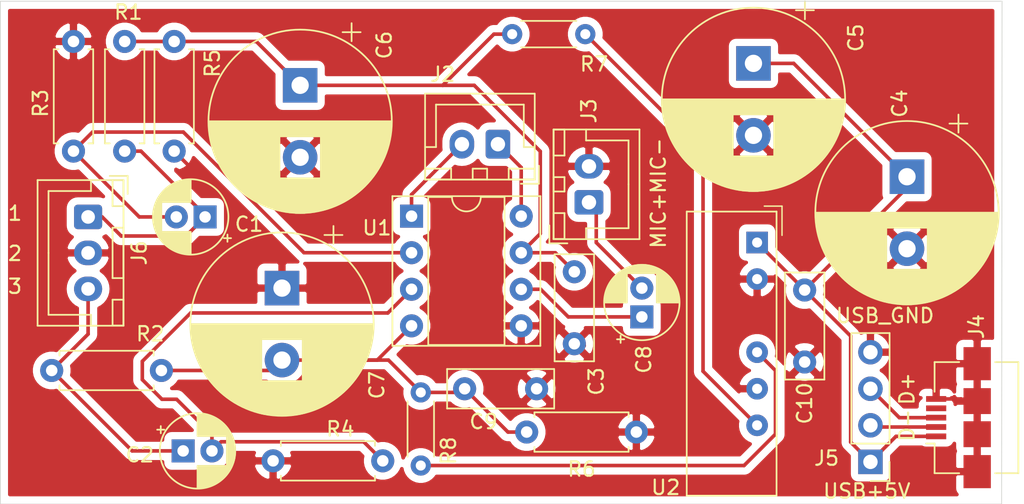
<source format=kicad_pcb>
(kicad_pcb (version 20171130) (host pcbnew 5.1.12)
  (layers (0 F.Cu signal) (31 B.Cu signal) (34 B.Paste user hide) (35 F.Paste user) (36 B.SilkS user hide) (37 F.SilkS user) (38 B.Mask user hide) (39 F.Mask user hide) (44 Edge.Cuts user))
  (net 0 "")
  (net 1 Earth)
  (net 2 "Net-(C1-Pad1)")
  (net 3 "Net-(C1-Pad2)")
  (net 4 "Net-(C2-Pad2)")
  (net 5 "Net-(C2-Pad1)")
  (net 6 "Net-(C7-Pad2)")
  (net 7 "Net-(C8-Pad1)")
  (net 8 "Net-(C8-Pad2)")
  (net 9 "Net-(J2-Pad2)")
  (net 10 "Net-(J2-Pad1)")
  (net 11 "Net-(C3-Pad1)")
  (net 12 VBUS)
  (net 13 "Net-(J4-Pad4)")
  (net 14 "Net-(J4-Pad3)")
  (net 15 "Net-(J4-Pad2)")
  (net 16 +15V)
  (net 17 -15V)
  (module Capacitor_THT:CP_Radial_D5.0mm_P2.00mm (layer F.Cu) (at 41.656 178.054 180)
    (fp_text reference C1 (at -3.048 -0.508) (layer F.SilkS))
    (fp_text value 22uF)
    (pad 1 thru_hole rect (at 0 0 180) (size 1.6 1.6) (drill 0.8) (layers *.Cu *.Mask) (net 2 "Net-(C1-Pad1)"))
    (pad 2 thru_hole circle (at 2 0 180) (size 1.6 1.6) (drill 0.8) (layers *.Cu *.Mask) (net 3 "Net-(C1-Pad2)"))
  )
  (module Resistor_THT:R_Axial_DIN0207_L6.3mm_D2.5mm_P7.62mm_Horizontal (layer F.Cu) (at 39.508 165.862 270)
    (fp_text reference R5 (at 1.524 -2.656 90) (layer F.SilkS))
    (fp_text value 2.2kΩ)
    (pad 2 thru_hole oval (at 7.62 0 270) (size 1.6 1.6) (drill 0.8) (layers *.Cu *.Mask) (net 1 Earth))
    (pad 1 thru_hole circle (at 0 0 270) (size 1.6 1.6) (drill 0.8) (layers *.Cu *.Mask) (net 11 "Net-(C3-Pad1)"))
  )
  (module Capacitor_THT:CP_Radial_D12.5mm_P5.00mm (layer F.Cu) (at 79.756 167.386 270)
    (fp_text reference C5 (at -1.778 -7.112 90) (layer F.SilkS))
    (fp_text value 2200uF)
    (pad 1 thru_hole rect (at 0 0 270) (size 2.4 2.4) (drill 1.2) (layers *.Cu *.Mask) (net 12 VBUS))
    (pad 2 thru_hole circle (at 5 0 270) (size 2.4 2.4) (drill 1.2) (layers *.Cu *.Mask) (net 1 Earth))
  )
  (module Capacitor_THT:C_Rect_L7.2mm_W2.5mm_P5.00mm_FKS2_FKP2_MKS2_MKP2 (layer F.Cu) (at 83.312 183.134 270)
    (fp_text reference C10 (at 7.874 0 90) (layer F.SilkS))
    (fp_text value 100n)
    (pad 1 thru_hole circle (at 0 0 270) (size 1.6 1.6) (drill 0.8) (layers *.Cu *.Mask) (net 12 VBUS))
    (pad 2 thru_hole circle (at 5 0 270) (size 1.6 1.6) (drill 0.8) (layers *.Cu *.Mask) (net 1 Earth))
  )
  (module Capacitor_THT:C_Rect_L7.2mm_W2.5mm_P5.00mm_FKS2_FKP2_MKS2_MKP2 (layer F.Cu) (at 67.31 181.864 270)
    (fp_text reference C3 (at 7.62 -1.524 90) (layer F.SilkS))
    (fp_text value 100n)
    (pad 2 thru_hole circle (at 5 0 270) (size 1.6 1.6) (drill 0.8) (layers *.Cu *.Mask) (net 1 Earth))
    (pad 1 thru_hole circle (at 0 0 270) (size 1.6 1.6) (drill 0.8) (layers *.Cu *.Mask) (net 11 "Net-(C3-Pad1)"))
  )
  (module Capacitor_THT:CP_Radial_D12.5mm_P5.00mm (layer F.Cu) (at 90.424 175.26 270)
    (fp_text reference C4 (at -5.08 0.508 90) (layer F.SilkS))
    (fp_text value 2200uF)
    (pad 2 thru_hole circle (at 5 0 270) (size 2.4 2.4) (drill 1.2) (layers *.Cu *.Mask) (net 1 Earth))
    (pad 1 thru_hole rect (at 0 0 270) (size 2.4 2.4) (drill 1.2) (layers *.Cu *.Mask) (net 12 VBUS))
  )
  (module Capacitor_THT:CP_Radial_D12.5mm_P5.00mm (layer F.Cu) (at 48.26 168.91 270)
    (fp_text reference C6 (at -2.794 -5.842 90) (layer F.SilkS))
    (fp_text value "2200uF 16V")
    (pad 1 thru_hole rect (at 0 0 270) (size 2.4 2.4) (drill 1.2) (layers *.Cu *.Mask) (net 11 "Net-(C3-Pad1)"))
    (pad 2 thru_hole circle (at 5 0 270) (size 2.4 2.4) (drill 1.2) (layers *.Cu *.Mask) (net 1 Earth))
  )
  (module Capacitor_THT:CP_Radial_D12.5mm_P5.00mm (layer F.Cu) (at 47 183 270)
    (fp_text reference C7 (at 6.738 -6.594 90) (layer F.SilkS))
    (fp_text value "2200uF 16V")
    (pad 2 thru_hole circle (at 5 0 270) (size 2.4 2.4) (drill 1.2) (layers *.Cu *.Mask) (net 6 "Net-(C7-Pad2)"))
    (pad 1 thru_hole rect (at 0 0 270) (size 2.4 2.4) (drill 1.2) (layers *.Cu *.Mask) (net 1 Earth))
  )
  (module Capacitor_THT:C_Rect_L7.2mm_W2.5mm_P5.00mm_FKS2_FKP2_MKS2_MKP2 (layer F.Cu) (at 59.69 189.992)
    (fp_text reference C9 (at 1.31 2.286) (layer F.SilkS))
    (fp_text value 100n)
    (pad 1 thru_hole circle (at 0 0) (size 1.6 1.6) (drill 0.8) (layers *.Cu *.Mask) (net 6 "Net-(C7-Pad2)"))
    (pad 2 thru_hole circle (at 5 0) (size 1.6 1.6) (drill 0.8) (layers *.Cu *.Mask) (net 1 Earth))
  )
  (module Connector_JST:JST_XH_B2B-XH-A_1x02_P2.50mm_Vertical (layer F.Cu) (at 62 173 180)
    (fp_text reference J2 (at 3.834 4.852) (layer F.SilkS))
    (fp_text value GAINCON)
    (pad 1 thru_hole roundrect (at 0 0 180) (size 1.7 2) (drill 1) (layers *.Cu *.Mask) (roundrect_rratio 0.147059) (net 10 "Net-(J2-Pad1)"))
    (pad 2 thru_hole oval (at 2.5 0 180) (size 1.7 2) (drill 1) (layers *.Cu *.Mask) (net 9 "Net-(J2-Pad2)"))
  )
  (module Connector_USB:USB_Micro-B_Amphenol_10104110_Horizontal (layer F.Cu) (at 94 192 90)
    (fp_text reference J4 (at 6.326 1.25 90) (layer F.SilkS))
    (fp_text value USB_SOK)
    (pad 6 smd rect (at 1.15 1.3 90) (size 1.8 1.9) (layers F.Cu F.Paste F.Mask) (net 1 Earth))
    (pad 6 smd rect (at -1.15 1.3 90) (size 1.8 1.9) (layers F.Cu F.Paste F.Mask) (net 1 Earth))
    (pad 6 smd rect (at 3.75 1.3 90) (size 2.3 1.9) (layers F.Cu F.Paste F.Mask) (net 1 Earth))
    (pad 6 smd rect (at -3.75 1.3 90) (size 2.3 1.9) (layers F.Cu F.Paste F.Mask) (net 1 Earth))
    (pad 5 smd rect (at 1.3 -1.55 90) (size 0.4 1.4) (layers F.Cu F.Paste F.Mask) (net 1 Earth))
    (pad 4 smd rect (at 0.65 -1.55 90) (size 0.4 1.4) (layers F.Cu F.Paste F.Mask) (net 13 "Net-(J4-Pad4)"))
    (pad 3 smd rect (at 0 -1.55 90) (size 0.4 1.4) (layers F.Cu F.Paste F.Mask) (net 14 "Net-(J4-Pad3)"))
    (pad 2 smd rect (at -0.65 -1.55 90) (size 0.4 1.4) (layers F.Cu F.Paste F.Mask) (net 15 "Net-(J4-Pad2)"))
    (pad 1 smd rect (at -1.3 -1.55 90) (size 0.4 1.4) (layers F.Cu F.Paste F.Mask) (net 12 VBUS))
  )
  (module Connector_PinHeader_2.54mm:PinHeader_1x04_P2.54mm_Vertical (layer F.Cu) (at 87.884 195.072 180)
    (fp_text reference J5 (at 3.048 0.254) (layer F.SilkS))
    (fp_text value USB_CON)
    (pad 1 thru_hole rect (at 0 0 180) (size 1.7 1.7) (drill 1) (layers *.Cu *.Mask) (net 12 VBUS))
    (pad 2 thru_hole oval (at 0 2.54 180) (size 1.7 1.7) (drill 1) (layers *.Cu *.Mask) (net 15 "Net-(J4-Pad2)"))
    (pad 3 thru_hole oval (at 0 5.08 180) (size 1.7 1.7) (drill 1) (layers *.Cu *.Mask) (net 14 "Net-(J4-Pad3)"))
    (pad 4 thru_hole oval (at 0 7.62 180) (size 1.7 1.7) (drill 1) (layers *.Cu *.Mask) (net 1 Earth))
  )
  (module Connector_JST:JST_XH_B3B-XH-A_1x03_P2.50mm_Vertical (layer F.Cu) (at 33.528 178.054 270)
    (fp_text reference J6 (at 2.5 -3.55 90) (layer F.SilkS))
    (fp_text value MIC_CON1)
    (pad 1 thru_hole roundrect (at 0 0 270) (size 1.7 1.95) (drill 0.95) (layers *.Cu *.Mask) (roundrect_rratio 0.147059) (net 2 "Net-(C1-Pad1)"))
    (pad 2 thru_hole oval (at 2.5 0 270) (size 1.7 1.95) (drill 0.95) (layers *.Cu *.Mask) (net 1 Earth))
    (pad 3 thru_hole oval (at 5 0 270) (size 1.7 1.95) (drill 0.95) (layers *.Cu *.Mask) (net 5 "Net-(C2-Pad1)"))
  )
  (module Resistor_THT:R_Axial_DIN0207_L6.3mm_D2.5mm_P7.62mm_Horizontal (layer F.Cu) (at 36.068 173.482 90)
    (fp_text reference R1 (at 9.652 0.254 180) (layer F.SilkS))
    (fp_text value 2.2kΩ)
    (pad 2 thru_hole oval (at 7.62 0 90) (size 1.6 1.6) (drill 0.8) (layers *.Cu *.Mask) (net 11 "Net-(C3-Pad1)"))
    (pad 1 thru_hole circle (at 0 0 90) (size 1.6 1.6) (drill 0.8) (layers *.Cu *.Mask) (net 2 "Net-(C1-Pad1)"))
  )
  (module Resistor_THT:R_Axial_DIN0207_L6.3mm_D2.5mm_P7.62mm_Horizontal (layer F.Cu) (at 31 188.722)
    (fp_text reference R2 (at 6.846 -2.54) (layer F.SilkS))
    (fp_text value 2.2kΩ)
    (pad 1 thru_hole circle (at 0 0) (size 1.6 1.6) (drill 0.8) (layers *.Cu *.Mask) (net 5 "Net-(C2-Pad1)"))
    (pad 2 thru_hole oval (at 7.62 0) (size 1.6 1.6) (drill 0.8) (layers *.Cu *.Mask) (net 6 "Net-(C7-Pad2)"))
  )
  (module Resistor_THT:R_Axial_DIN0207_L6.3mm_D2.5mm_P7.62mm_Horizontal (layer F.Cu) (at 32.512 173.482 90)
    (fp_text reference R3 (at 3.322 -2.286 90) (layer F.SilkS))
    (fp_text value 3.9kΩ)
    (pad 1 thru_hole circle (at 0 0 90) (size 1.6 1.6) (drill 0.8) (layers *.Cu *.Mask) (net 3 "Net-(C1-Pad2)"))
    (pad 2 thru_hole oval (at 7.62 0 90) (size 1.6 1.6) (drill 0.8) (layers *.Cu *.Mask) (net 1 Earth))
  )
  (module Resistor_THT:R_Axial_DIN0207_L6.3mm_D2.5mm_P7.62mm_Horizontal (layer F.Cu) (at 54 195 180)
    (fp_text reference R4 (at 2.946 2.214) (layer F.SilkS))
    (fp_text value 3.9kΩ)
    (pad 2 thru_hole oval (at 7.62 0 180) (size 1.6 1.6) (drill 0.8) (layers *.Cu *.Mask) (net 1 Earth))
    (pad 1 thru_hole circle (at 0 0 180) (size 1.6 1.6) (drill 0.8) (layers *.Cu *.Mask) (net 4 "Net-(C2-Pad2)"))
  )
  (module Resistor_THT:R_Axial_DIN0207_L6.3mm_D2.5mm_P7.62mm_Horizontal (layer F.Cu) (at 64 193)
    (fp_text reference R6 (at 3.818 2.58) (layer F.SilkS))
    (fp_text value 2.2kΩ)
    (pad 1 thru_hole circle (at 0 0) (size 1.6 1.6) (drill 0.8) (layers *.Cu *.Mask) (net 6 "Net-(C7-Pad2)"))
    (pad 2 thru_hole oval (at 7.62 0) (size 1.6 1.6) (drill 0.8) (layers *.Cu *.Mask) (net 1 Earth))
  )
  (module Resistor_THT:R_Axial_DIN0204_L3.6mm_D1.6mm_P5.08mm_Horizontal (layer F.Cu) (at 62.992 165.354)
    (fp_text reference R7 (at 5.69 2.084) (layer F.SilkS))
    (fp_text value 100Ω)
    (pad 2 thru_hole oval (at 5.08 0) (size 1.4 1.4) (drill 0.7) (layers *.Cu *.Mask) (net 16 +15V))
    (pad 1 thru_hole circle (at 0 0) (size 1.4 1.4) (drill 0.7) (layers *.Cu *.Mask) (net 11 "Net-(C3-Pad1)"))
  )
  (module Resistor_THT:R_Axial_DIN0204_L3.6mm_D1.6mm_P5.08mm_Horizontal (layer F.Cu) (at 56.642 190.246 270)
    (fp_text reference R8 (at 4.056 -1.928 90) (layer F.SilkS))
    (fp_text value 100Ω)
    (pad 1 thru_hole circle (at 0 0 270) (size 1.4 1.4) (drill 0.7) (layers *.Cu *.Mask) (net 6 "Net-(C7-Pad2)"))
    (pad 2 thru_hole oval (at 5.08 0 270) (size 1.4 1.4) (drill 0.7) (layers *.Cu *.Mask) (net 17 -15V))
  )
  (module Package_DIP:DIP-8_W7.62mm_Socket (layer F.Cu) (at 56 178)
    (fp_text reference U1 (at -2.406 0.816) (layer F.SilkS))
    (fp_text value THAT1512PO8-U1)
    (pad 1 thru_hole rect (at 0 0) (size 1.6 1.6) (drill 0.8) (layers *.Cu *.Mask) (net 9 "Net-(J2-Pad2)"))
    (pad 5 thru_hole oval (at 7.62 7.62) (size 1.6 1.6) (drill 0.8) (layers *.Cu *.Mask) (net 1 Earth))
    (pad 2 thru_hole oval (at 0 2.54) (size 1.6 1.6) (drill 0.8) (layers *.Cu *.Mask) (net 3 "Net-(C1-Pad2)"))
    (pad 6 thru_hole oval (at 7.62 5.08) (size 1.6 1.6) (drill 0.8) (layers *.Cu *.Mask) (net 7 "Net-(C8-Pad1)"))
    (pad 3 thru_hole oval (at 0 5.08) (size 1.6 1.6) (drill 0.8) (layers *.Cu *.Mask) (net 4 "Net-(C2-Pad2)"))
    (pad 7 thru_hole oval (at 7.62 2.54) (size 1.6 1.6) (drill 0.8) (layers *.Cu *.Mask) (net 11 "Net-(C3-Pad1)"))
    (pad 4 thru_hole oval (at 0 7.62) (size 1.6 1.6) (drill 0.8) (layers *.Cu *.Mask) (net 6 "Net-(C7-Pad2)"))
    (pad 8 thru_hole oval (at 7.62 0) (size 1.6 1.6) (drill 0.8) (layers *.Cu *.Mask) (net 10 "Net-(J2-Pad1)"))
  )
  (module Converter_DCDC:Converter_DCDC_muRata_NMAxxxxSC_THT (layer F.Cu) (at 80.01 179.832)
    (fp_text reference U2 (at -6.35 17.018) (layer F.SilkS))
    (fp_text value NMA0515SC)
    (pad 1 thru_hole rect (at 0 0) (size 1.5 1.5) (drill 0.7) (layers *.Cu *.Mask) (net 12 VBUS))
    (pad 2 thru_hole oval (at 0 2.54) (size 1.5 1.5) (drill 0.7) (layers *.Cu *.Mask) (net 1 Earth))
    (pad 4 thru_hole oval (at 0 7.62) (size 1.5 1.5) (drill 0.7) (layers *.Cu *.Mask) (net 17 -15V))
    (pad 5 thru_hole oval (at 0 10.16) (size 1.5 1.5) (drill 0.7) (layers *.Cu *.Mask) (net 1 Earth))
    (pad 6 thru_hole oval (at 0 12.7) (size 1.5 1.5) (drill 0.7) (layers *.Cu *.Mask) (net 16 +15V))
  )
  (module Capacitor_THT:CP_Radial_D5.0mm_P2.00mm (layer F.Cu) (at 40.132 194.31)
    (fp_text reference C2 (at -3.014 0.278) (layer F.SilkS))
    (fp_text value 22uF)
    (pad 2 thru_hole circle (at 2 0) (size 1.6 1.6) (drill 0.8) (layers *.Cu *.Mask) (net 4 "Net-(C2-Pad2)"))
    (pad 1 thru_hole rect (at 0 0) (size 1.6 1.6) (drill 0.8) (layers *.Cu *.Mask) (net 5 "Net-(C2-Pad1)"))
  )
  (module Capacitor_THT:CP_Radial_D5.0mm_P2.00mm (layer F.Cu) (at 72 185 90)
    (fp_text reference C8 (at -2.96 0.136 90) (layer F.SilkS))
    (fp_text value 22uF)
    (pad 1 thru_hole rect (at 0 0 90) (size 1.6 1.6) (drill 0.8) (layers *.Cu *.Mask) (net 7 "Net-(C8-Pad1)"))
    (pad 2 thru_hole circle (at 2 0 90) (size 1.6 1.6) (drill 0.8) (layers *.Cu *.Mask) (net 8 "Net-(C8-Pad2)"))
  )
  (module Connector_JST:JST_XH_B2B-XH-A_1x02_P2.50mm_Vertical (layer F.Cu) (at 68.326 177.038 90)
    (fp_text reference J3 (at 6.35 0 90) (layer F.SilkS))
    (fp_text value Conn_01x02_Female)
    (pad 1 thru_hole roundrect (at 0 0 90) (size 1.7 2) (drill 1) (layers *.Cu *.Mask) (roundrect_rratio 0.147059) (net 8 "Net-(C8-Pad2)"))
    (pad 2 thru_hole oval (at 2.5 0 90) (size 1.7 2) (drill 1) (layers *.Cu *.Mask) (net 1 Earth))
  )
  (gr_line (start 27.432 198) (end 97 198) (layer Edge.Cuts) (width 0.05))
  (gr_text MIC- (at 73.152 174.498 90) (layer F.SilkS) (effects (font (size 1 1))))
  (gr_text MIC+ (at 73.152 178.308 90) (layer F.SilkS) (effects (font (size 1 1))))
  (gr_line (start 97.028 163.068) (end 27.432 163.068) (layer Edge.Cuts) (width 0.05))
  (gr_text 3 (at 28.448 182.88) (layer F.SilkS) (effects (font (size 1 1))))
  (gr_text 2 (at 28.448 180.594) (layer F.SilkS) (effects (font (size 1 1))))
  (gr_text 1 (at 28.448 177.8) (layer F.SilkS) (effects (font (size 1 1))))
  (gr_text D- (at 90.424 192.532 90) (layer F.SilkS) (effects (font (size 1 1))))
  (gr_text D+ (at 90.424 189.992 90) (layer F.SilkS) (effects (font (size 1 1))))
  (gr_text USB_GND (at 88.9 184.912) (layer F.SilkS) (effects (font (size 1 1))))
  (gr_text USB+5V (at 87.63 197.104) (layer F.SilkS) (effects (font (size 1 1))))
  (gr_line (start 27.432 163.068) (end 27.432 198) (layer Edge.Cuts) (width 0.05))
  (gr_line (start 97 198) (end 97.028 163.068) (layer Edge.Cuts) (width 0.05))
  (segment (start 48.17 174) (end 48.26 173.91) (width 0.25) (layer F.Cu) (net 1))
  (segment (start 67 187) (end 68 187) (width 0.25) (layer F.Cu) (net 1))
  (segment (start 95.3 190.85) (end 95.074999 190.624999) (width 0.25) (layer F.Cu) (net 1))
  (segment (start 67.682 187) (end 68 187) (width 0.25) (layer F.Cu) (net 1))
  (segment (start 67.174 187) (end 67.31 186.864) (width 0.25) (layer F.Cu) (net 1))
  (segment (start 67.446 187) (end 67.31 186.864) (width 0.25) (layer F.Cu) (net 1))
  (segment (start 39.508 173.482) (end 41.54 175.514) (width 0.25) (layer F.Cu) (net 1))
  (segment (start 95.3 190.85) (end 94.33 190.85) (width 0.25) (layer F.Cu) (net 1))
  (segment (start 94.18 190.7) (end 92.45 190.7) (width 0.25) (layer F.Cu) (net 1))
  (segment (start 94.33 190.85) (end 94.18 190.7) (width 0.25) (layer F.Cu) (net 1))
  (segment (start 41.656 177.93863) (end 41.656 178.054) (width 0.25) (layer F.Cu) (net 2))
  (segment (start 37.19937 173.482) (end 41.656 177.93863) (width 0.25) (layer F.Cu) (net 2))
  (segment (start 36.068 173.482) (end 37.19937 173.482) (width 0.25) (layer F.Cu) (net 2))
  (segment (start 40.330999 179.379001) (end 41.656 178.054) (width 0.25) (layer F.Cu) (net 2))
  (segment (start 35.828001 179.379001) (end 40.330999 179.379001) (width 0.25) (layer F.Cu) (net 2))
  (segment (start 34.503 178.054) (end 35.828001 179.379001) (width 0.25) (layer F.Cu) (net 2))
  (segment (start 33.528 178.054) (end 34.503 178.054) (width 0.25) (layer F.Cu) (net 2))
  (segment (start 37.084 178.054) (end 39.656 178.054) (width 0.25) (layer F.Cu) (net 3))
  (segment (start 32.512 173.482) (end 37.084 178.054) (width 0.25) (layer F.Cu) (net 3))
  (segment (start 33.837001 172.156999) (end 32.512 173.482) (width 0.25) (layer F.Cu) (net 3))
  (segment (start 40.144001 172.156999) (end 33.837001 172.156999) (width 0.25) (layer F.Cu) (net 3))
  (segment (start 48.527002 180.54) (end 40.144001 172.156999) (width 0.25) (layer F.Cu) (net 3))
  (segment (start 56 180.54) (end 48.527002 180.54) (width 0.25) (layer F.Cu) (net 3))
  (segment (start 42.767001 193.674999) (end 42.132 194.31) (width 0.25) (layer F.Cu) (net 4))
  (segment (start 52.674999 193.674999) (end 42.767001 193.674999) (width 0.25) (layer F.Cu) (net 4))
  (segment (start 54 195) (end 52.674999 193.674999) (width 0.25) (layer F.Cu) (net 4))
  (segment (start 40.655997 184.725001) (end 54.354999 184.725001) (width 0.25) (layer F.Cu) (net 4))
  (segment (start 54.354999 184.725001) (end 56 183.08) (width 0.25) (layer F.Cu) (net 4))
  (segment (start 37.294999 188.085999) (end 40.655997 184.725001) (width 0.25) (layer F.Cu) (net 4))
  (segment (start 37.294999 189.358001) (end 37.294999 188.085999) (width 0.25) (layer F.Cu) (net 4))
  (segment (start 38.658998 190.722) (end 37.294999 189.358001) (width 0.25) (layer F.Cu) (net 4))
  (segment (start 39.67537 190.722) (end 38.658998 190.722) (width 0.25) (layer F.Cu) (net 4))
  (segment (start 42.132 193.17863) (end 39.67537 190.722) (width 0.25) (layer F.Cu) (net 4))
  (segment (start 42.132 194.31) (end 42.132 193.17863) (width 0.25) (layer F.Cu) (net 4))
  (segment (start 33.528 186.194) (end 31 188.722) (width 0.25) (layer F.Cu) (net 5))
  (segment (start 33.528 183.054) (end 33.528 186.194) (width 0.25) (layer F.Cu) (net 5))
  (segment (start 36.588 194.31) (end 31 188.722) (width 0.25) (layer F.Cu) (net 5))
  (segment (start 40.132 194.31) (end 36.588 194.31) (width 0.25) (layer F.Cu) (net 5))
  (segment (start 59.682 190) (end 59.69 189.992) (width 0.25) (layer F.Cu) (net 6))
  (segment (start 46.278 188.722) (end 47 188) (width 0.25) (layer F.Cu) (net 6))
  (segment (start 38.62 188.722) (end 46.278 188.722) (width 0.25) (layer F.Cu) (net 6))
  (segment (start 53.62 188) (end 56 185.62) (width 0.25) (layer F.Cu) (net 6))
  (segment (start 54.396 188) (end 56.642 190.246) (width 0.25) (layer F.Cu) (net 6))
  (segment (start 52.872 188) (end 54.396 188) (width 0.25) (layer F.Cu) (net 6))
  (segment (start 47 188) (end 52.872 188) (width 0.25) (layer F.Cu) (net 6))
  (segment (start 52.872 188) (end 53.62 188) (width 0.25) (layer F.Cu) (net 6))
  (segment (start 59.436 190.246) (end 59.69 189.992) (width 0.25) (layer F.Cu) (net 6))
  (segment (start 56.642 190.246) (end 59.436 190.246) (width 0.25) (layer F.Cu) (net 6))
  (segment (start 62.698 193) (end 59.69 189.992) (width 0.25) (layer F.Cu) (net 6))
  (segment (start 64 193) (end 62.698 193) (width 0.25) (layer F.Cu) (net 6))
  (segment (start 63.62 183.08) (end 64.97 183.08) (width 0.25) (layer F.Cu) (net 7))
  (segment (start 66.89 185) (end 72 185) (width 0.25) (layer F.Cu) (net 7))
  (segment (start 64.97 183.08) (end 66.89 185) (width 0.25) (layer F.Cu) (net 7))
  (segment (start 68.834 179.834) (end 72 183) (width 0.25) (layer F.Cu) (net 8))
  (segment (start 68.834 177.038) (end 68.834 179.834) (width 0.25) (layer F.Cu) (net 8))
  (segment (start 56 176.5) (end 59.5 173) (width 0.25) (layer F.Cu) (net 9))
  (segment (start 56 178) (end 56 176.5) (width 0.25) (layer F.Cu) (net 9))
  (segment (start 63.62 174.62) (end 62 173) (width 0.25) (layer F.Cu) (net 10))
  (segment (start 63.62 178) (end 63.62 174.62) (width 0.25) (layer F.Cu) (net 10))
  (segment (start 48.17 169) (end 48.26 168.91) (width 0.25) (layer F.Cu) (net 11))
  (segment (start 65.986 180.54) (end 67.31 181.864) (width 0.25) (layer F.Cu) (net 11))
  (segment (start 63.62 180.54) (end 65.986 180.54) (width 0.25) (layer F.Cu) (net 11))
  (segment (start 64.945001 173.498969) (end 60.356032 168.91) (width 0.25) (layer F.Cu) (net 11))
  (segment (start 64.945001 179.214999) (end 64.945001 173.498969) (width 0.25) (layer F.Cu) (net 11))
  (segment (start 63.62 180.54) (end 64.945001 179.214999) (width 0.25) (layer F.Cu) (net 11))
  (segment (start 36.068 165.862) (end 39.508 165.862) (width 0.25) (layer F.Cu) (net 11))
  (segment (start 45.212 165.862) (end 48.26 168.91) (width 0.25) (layer F.Cu) (net 11))
  (segment (start 39.508 165.862) (end 45.212 165.862) (width 0.25) (layer F.Cu) (net 11))
  (segment (start 61.722 165.354) (end 58.166 168.91) (width 0.25) (layer F.Cu) (net 11))
  (segment (start 62.992 165.354) (end 61.722 165.354) (width 0.25) (layer F.Cu) (net 11))
  (segment (start 58.166 168.91) (end 48.26 168.91) (width 0.25) (layer F.Cu) (net 11))
  (segment (start 60.356032 168.91) (end 58.166 168.91) (width 0.25) (layer F.Cu) (net 11))
  (segment (start 82.55 167.386) (end 90.424 175.26) (width 0.25) (layer F.Cu) (net 12))
  (segment (start 79.756 167.386) (end 82.55 167.386) (width 0.25) (layer F.Cu) (net 12))
  (segment (start 90.424 176.022) (end 83.312 183.134) (width 0.25) (layer F.Cu) (net 12))
  (segment (start 90.424 175.26) (end 90.424 176.022) (width 0.25) (layer F.Cu) (net 12))
  (segment (start 80.01 179.832) (end 83.312 183.134) (width 0.25) (layer F.Cu) (net 12))
  (segment (start 86.508999 193.696999) (end 87.884 195.072) (width 0.25) (layer F.Cu) (net 12))
  (segment (start 86.508999 186.330999) (end 86.508999 193.696999) (width 0.25) (layer F.Cu) (net 12))
  (segment (start 83.312 183.134) (end 86.508999 186.330999) (width 0.25) (layer F.Cu) (net 12))
  (segment (start 89.656 193.3) (end 87.884 195.072) (width 0.25) (layer F.Cu) (net 12))
  (segment (start 92.45 193.3) (end 89.656 193.3) (width 0.25) (layer F.Cu) (net 12))
  (segment (start 89.892 192) (end 87.884 189.992) (width 0.25) (layer F.Cu) (net 14))
  (segment (start 92.45 192) (end 89.892 192) (width 0.25) (layer F.Cu) (net 14))
  (segment (start 88.048 192.206) (end 88.113001 192.271001) (width 0.25) (layer F.Cu) (net 15))
  (segment (start 88.238 192.396) (end 88.048 192.206) (width 0.25) (layer F.Cu) (net 15))
  (segment (start 88.002 192.65) (end 87.884 192.532) (width 0.25) (layer F.Cu) (net 15))
  (segment (start 92.45 192.65) (end 88.002 192.65) (width 0.25) (layer F.Cu) (net 15))
  (segment (start 76.252999 173.534999) (end 68.072 165.354) (width 0.25) (layer F.Cu) (net 16))
  (segment (start 76.252999 188.774999) (end 76.252999 173.534999) (width 0.25) (layer F.Cu) (net 16))
  (segment (start 80.01 192.532) (end 76.252999 188.774999) (width 0.25) (layer F.Cu) (net 16))
  (segment (start 79.103002 195.326) (end 56.642 195.326) (width 0.25) (layer F.Cu) (net 17))
  (segment (start 81.285001 193.144001) (end 79.103002 195.326) (width 0.25) (layer F.Cu) (net 17))
  (segment (start 81.285001 188.727001) (end 81.285001 193.144001) (width 0.25) (layer F.Cu) (net 17))
  (segment (start 80.01 187.452) (end 81.285001 188.727001) (width 0.25) (layer F.Cu) (net 17))
  (zone (net 1) (net_name Earth) (layer F.Cu) (connect_pads (clearance 0.508)) (min_thickness 0.254) (fill yes (arc_segments 32) (thermal_gap 0.508) (thermal_bridge_width 0.508))
    (polygon (pts (xy 97.028 197.866) (xy 27.432 197.866) (xy 27.432 163.068) (xy 97.028 163.068)))
  )
)
</source>
